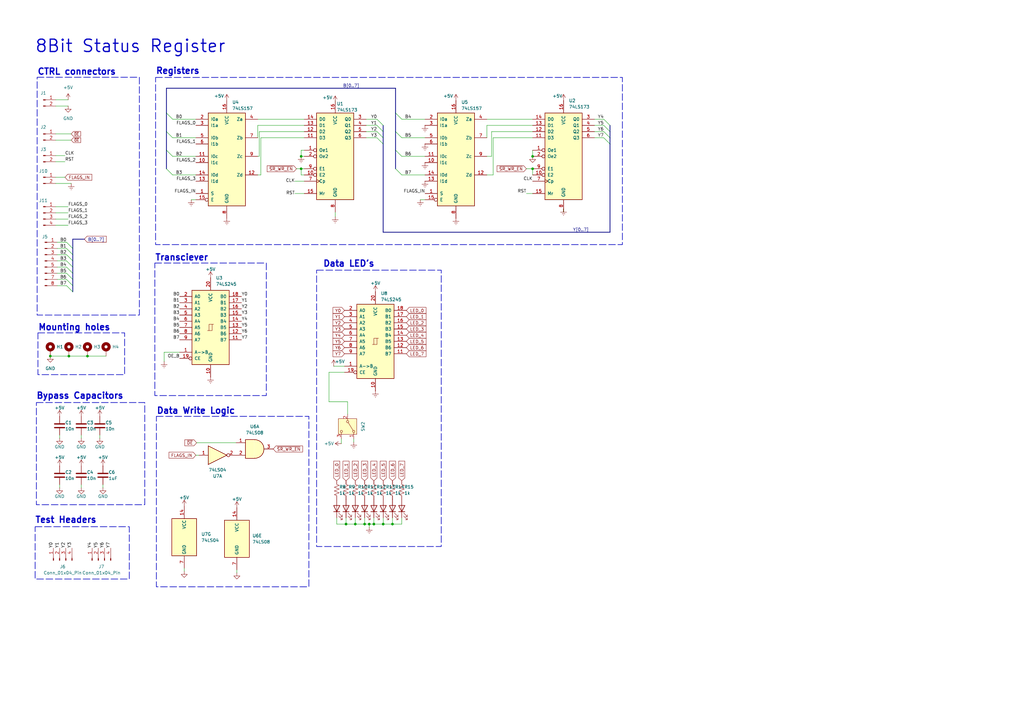
<source format=kicad_sch>
(kicad_sch (version 20231120) (generator "eeschema") (generator_version "8.0")
  (paper "A3")
  (title_block (title "GP Register - SH8") (date "2024-09-24") (rev "1.0") (company "SHMERLARD"))
  (junction (at 20.6375 146.05))
  (junction (at 149.5425 214.9475))
  (junction (at 123.5075 64.135))
  (junction (at 218.44 69.215))
  (junction (at 28.2575 146.05))
  (junction (at 123.5075 69.215))
  (junction (at 218.44 64.135))
  (junction (at 141.9225 214.9475))
  (junction (at 145.7325 214.9475))
  (junction (at 35.8775 146.05))
  (junction (at 160.9725 214.9475))
  (junction (at 157.1625 214.9475))
  (junction (at 151.4475 214.9475))
  (junction (at 153.3525 214.9475))
  (bus_entry (at 27.305 117.1575) (size 2.54 2.54))
  (bus_entry (at 154.6225 56.515) (size 2.54 2.54))
  (bus_entry (at 247.65 51.435) (size 2.54 2.54))
  (bus_entry (at 154.6225 48.895) (size 2.54 2.54))
  (bus_entry (at 68.2625 53.975) (size 2.54 2.54))
  (bus_entry (at 27.305 109.5375) (size 2.54 2.54))
  (bus_entry (at 247.65 48.895) (size 2.54 2.54))
  (bus_entry (at 68.2625 69.215) (size 2.54 2.54))
  (bus_entry (at 27.305 101.9175) (size 2.54 2.54))
  (bus_entry (at 27.305 112.0775) (size 2.54 2.54))
  (bus_entry (at 247.65 53.975) (size 2.54 2.54))
  (bus_entry (at 27.305 99.3775) (size 2.54 2.54))
  (bus_entry (at 70.8025 48.895) (size -2.54 -2.54))
  (bus_entry (at 154.6225 51.435) (size 2.54 2.54))
  (bus_entry (at 162.2425 53.975) (size 2.54 2.54))
  (bus_entry (at 162.2425 69.215) (size 2.54 2.54))
  (bus_entry (at 27.305 106.9975) (size 2.54 2.54))
  (bus_entry (at 164.7825 48.895) (size -2.54 -2.54))
  (bus_entry (at 27.305 114.6175) (size 2.54 2.54))
  (bus_entry (at 68.2625 61.595) (size 2.54 2.54))
  (bus_entry (at 247.65 56.515) (size 2.54 2.54))
  (bus_entry (at 154.6225 53.975) (size 2.54 2.54))
  (bus_entry (at 27.305 104.4575) (size 2.54 2.54))
  (bus_entry (at 162.2425 61.595) (size 2.54 2.54))
  (wire (pts (xy 22.86 89.8525) (xy 27.94 89.8525)))
  (wire (pts (xy 145.7325 214.9475) (xy 145.7325 212.4075)))
  (wire (pts (xy 199.7075 51.435) (xy 218.44 51.435)))
  (bus (pts (xy 250.19 59.055) (xy 250.19 95.25)))
  (wire (pts (xy 22.86 84.7725) (xy 27.94 84.7725)))
  (bus (pts (xy 68.2625 53.975) (xy 68.2625 61.595)))
  (wire (pts (xy 33.3375 198.755) (xy 33.3375 200.025)))
  (wire (pts (xy 123.5075 71.755) (xy 124.7775 71.755)))
  (wire (pts (xy 164.7825 56.515) (xy 174.3075 56.515)))
  (wire (pts (xy 106.3625 64.135) (xy 106.3625 53.975)))
  (wire (pts (xy 23.495 109.5375) (xy 27.305 109.5375)))
  (wire (pts (xy 202.2475 56.515) (xy 218.44 56.515)))
  (wire (pts (xy 243.84 51.435) (xy 247.65 51.435)))
  (bus (pts (xy 29.845 101.9175) (xy 29.845 104.4575)))
  (wire (pts (xy 199.7075 48.895) (xy 218.44 48.895)))
  (bus (pts (xy 29.845 109.5375) (xy 29.845 106.9975)))
  (bus (pts (xy 157.1625 53.975) (xy 157.1625 56.515)))
  (wire (pts (xy 22.86 72.7075) (xy 26.67 72.7075)))
  (wire (pts (xy 164.7825 64.135) (xy 174.3075 64.135)))
  (wire (pts (xy 22.86 92.3925) (xy 27.94 92.3925)))
  (wire (pts (xy 172.4025 81.915) (xy 174.3075 81.915)))
  (bus (pts (xy 162.2425 61.595) (xy 162.2425 69.215)))
  (bus (pts (xy 68.2625 46.355) (xy 68.2625 53.975)))
  (wire (pts (xy 24.4475 198.755) (xy 24.4475 200.025)))
  (bus (pts (xy 29.845 109.5375) (xy 29.845 112.0775)))
  (bus (pts (xy 29.845 119.6975) (xy 29.845 117.1575)))
  (wire (pts (xy 164.7825 214.9475) (xy 164.7825 212.4075)))
  (wire (pts (xy 42.2275 198.755) (xy 42.2275 200.025)))
  (wire (pts (xy 35.8775 146.05) (xy 43.4975 146.05)))
  (wire (pts (xy 22.86 87.3125) (xy 27.94 87.3125)))
  (wire (pts (xy 75.565 233.045) (xy 75.565 234.315)))
  (bus (pts (xy 250.19 56.515) (xy 250.19 59.055)))
  (wire (pts (xy 160.9725 214.9475) (xy 160.9725 212.4075)))
  (bus (pts (xy 162.2425 36.195) (xy 162.2425 46.355)))
  (wire (pts (xy 106.3625 53.975) (xy 124.7775 53.975)))
  (bus (pts (xy 162.2425 53.975) (xy 162.2425 61.595)))
  (wire (pts (xy 121.6025 69.215) (xy 123.5075 69.215)))
  (bus (pts (xy 157.1625 95.25) (xy 250.19 95.25)))
  (wire (pts (xy 150.1775 48.895) (xy 154.6225 48.895)))
  (wire (pts (xy 105.7275 64.135) (xy 106.3625 64.135)))
  (wire (pts (xy 70.8025 64.135) (xy 80.3275 64.135)))
  (wire (pts (xy 151.4475 214.9475) (xy 153.3525 214.9475)))
  (wire (pts (xy 28.2575 146.05) (xy 35.8775 146.05)))
  (wire (pts (xy 231.14 85.725) (xy 231.14 86.995)))
  (wire (pts (xy 215.9 79.375) (xy 218.44 79.375)))
  (wire (pts (xy 23.495 99.3775) (xy 27.305 99.3775)))
  (wire (pts (xy 23.495 112.0775) (xy 27.305 112.0775)))
  (wire (pts (xy 123.5075 69.215) (xy 124.7775 69.215)))
  (bus (pts (xy 68.2625 36.195) (xy 68.2625 46.355)))
  (wire (pts (xy 141.9225 214.9475) (xy 141.9225 212.4075)))
  (wire (pts (xy 199.7075 64.135) (xy 201.6125 64.135)))
  (wire (pts (xy 199.7075 51.435) (xy 199.7075 56.515)))
  (bus (pts (xy 29.845 112.0775) (xy 29.845 114.6175)))
  (bus (pts (xy 157.1625 51.435) (xy 157.1625 53.975)))
  (wire (pts (xy 29.21 57.4675) (xy 22.86 57.4675)))
  (wire (pts (xy 137.4775 41.91) (xy 137.4775 41.275)))
  (wire (pts (xy 124.7775 61.595) (xy 123.5075 61.595)))
  (wire (pts (xy 164.7825 48.895) (xy 174.3075 48.895)))
  (wire (pts (xy 150.1775 53.975) (xy 154.6225 53.975)))
  (bus (pts (xy 68.2625 61.595) (xy 68.2625 69.215)))
  (wire (pts (xy 70.8025 48.895) (xy 80.3275 48.895)))
  (wire (pts (xy 40.9575 178.435) (xy 40.9575 179.705)))
  (wire (pts (xy 105.7275 51.435) (xy 124.7775 51.435)))
  (wire (pts (xy 218.44 71.755) (xy 218.44 69.215)))
  (wire (pts (xy 33.3375 178.435) (xy 33.3375 179.705)))
  (wire (pts (xy 157.1625 214.9475) (xy 160.9725 214.9475)))
  (wire (pts (xy 105.7275 48.895) (xy 124.7775 48.895)))
  (wire (pts (xy 141.9225 214.9475) (xy 145.7325 214.9475)))
  (wire (pts (xy 23.495 114.6175) (xy 27.305 114.6175)))
  (wire (pts (xy 243.84 56.515) (xy 247.65 56.515)))
  (bus (pts (xy 29.845 106.9975) (xy 29.845 104.4575)))
  (wire (pts (xy 202.2475 71.755) (xy 199.7075 71.755)))
  (bus (pts (xy 29.845 101.9175) (xy 29.845 98.1075)))
  (wire (pts (xy 145.0975 181.2925) (xy 145.0975 180.0225)))
  (wire (pts (xy 164.7825 71.755) (xy 174.3075 71.755)))
  (wire (pts (xy 123.5075 69.215) (xy 123.5075 71.755)))
  (wire (pts (xy 80.645 181.61) (xy 96.8375 181.61)))
  (wire (pts (xy 106.9975 56.515) (xy 124.7775 56.515)))
  (bus (pts (xy 157.1625 95.25) (xy 157.1625 59.055)))
  (wire (pts (xy 105.7275 51.435) (xy 105.7275 56.515)))
  (wire (pts (xy 23.495 101.9175) (xy 27.305 101.9175)))
  (wire (pts (xy 138.1125 214.9475) (xy 141.9225 214.9475)))
  (wire (pts (xy 70.8025 56.515) (xy 80.3275 56.515)))
  (wire (pts (xy 22.86 63.8175) (xy 26.67 63.8175)))
  (wire (pts (xy 157.1625 214.9475) (xy 157.1625 212.4075)))
  (wire (pts (xy 140.0175 180.0225) (xy 140.0175 181.9275)))
  (wire (pts (xy 26.67 66.3575) (xy 22.86 66.3575)))
  (wire (pts (xy 151.4475 216.2175) (xy 151.4475 214.9475)))
  (wire (pts (xy 149.5425 214.9475) (xy 151.4475 214.9475)))
  (wire (pts (xy 160.9725 214.9475) (xy 164.7825 214.9475)))
  (wire (pts (xy 120.9675 74.295) (xy 124.7775 74.295)))
  (bus (pts (xy 68.2625 36.195) (xy 162.2425 36.195)))
  (bus (pts (xy 250.19 53.975) (xy 250.19 56.515)))
  (wire (pts (xy 149.5425 214.9475) (xy 149.5425 212.4075)))
  (wire (pts (xy 123.5075 64.135) (xy 124.7775 64.135)))
  (wire (pts (xy 153.3525 214.9475) (xy 153.3525 212.4075)))
  (wire (pts (xy 202.2475 56.515) (xy 202.2475 71.755)))
  (wire (pts (xy 23.495 106.9975) (xy 27.305 106.9975)))
  (wire (pts (xy 27.94 43.4975) (xy 22.86 43.4975)))
  (wire (pts (xy 218.44 69.215) (xy 215.9 69.215)))
  (wire (pts (xy 201.6125 64.135) (xy 201.6125 53.975)))
  (wire (pts (xy 138.1125 214.9475) (xy 138.1125 212.4075)))
  (wire (pts (xy 243.84 48.895) (xy 247.65 48.895)))
  (bus (pts (xy 29.845 98.1075) (xy 34.6075 98.1075)))
  (wire (pts (xy 106.9975 56.515) (xy 106.9975 71.755)))
  (wire (pts (xy 150.1775 56.515) (xy 154.6225 56.515)))
  (wire (pts (xy 123.5075 61.595) (xy 123.5075 64.135)))
  (wire (pts (xy 70.8025 71.755) (xy 80.3275 71.755)))
  (wire (pts (xy 134.9375 164.7825) (xy 134.9375 152.7175)))
  (wire (pts (xy 67.31 148.2725) (xy 67.31 144.4625)))
  (wire (pts (xy 27.94 40.9575) (xy 22.86 40.9575)))
  (wire (pts (xy 218.44 64.135) (xy 218.44 61.595)))
  (wire (pts (xy 153.3525 214.9475) (xy 157.1625 214.9475)))
  (wire (pts (xy 134.9375 152.7175) (xy 141.2875 152.7175)))
  (wire (pts (xy 80.3275 186.69) (xy 81.5975 186.69)))
  (bus (pts (xy 29.845 117.1575) (xy 29.845 114.6175)))
  (wire (pts (xy 201.6125 53.975) (xy 218.44 53.975)))
  (wire (pts (xy 137.4775 86.995) (xy 137.4775 88.9)))
  (wire (pts (xy 120.9675 79.375) (xy 124.7775 79.375)))
  (wire (pts (xy 150.1775 51.435) (xy 154.6225 51.435)))
  (wire (pts (xy 243.84 53.975) (xy 247.65 53.975)))
  (wire (pts (xy 67.31 144.4625) (xy 73.66 144.4625)))
  (wire (pts (xy 136.8425 150.1775) (xy 141.2875 150.1775)))
  (wire (pts (xy 78.4225 81.915) (xy 80.3275 81.915)))
  (bus (pts (xy 157.1625 59.055) (xy 157.1625 56.515)))
  (wire (pts (xy 106.9975 71.755) (xy 105.7275 71.755)))
  (wire (pts (xy 20.6375 146.05) (xy 28.2575 146.05)))
  (wire (pts (xy 23.495 104.4575) (xy 27.305 104.4575)))
  (bus (pts (xy 250.19 51.435) (xy 250.19 53.975)))
  (wire (pts (xy 24.4475 178.435) (xy 24.4475 179.705)))
  (wire (pts (xy 23.495 117.1575) (xy 27.305 117.1575)))
  (bus (pts (xy 162.2425 46.355) (xy 162.2425 53.975)))
  (wire (pts (xy 145.7325 214.9475) (xy 149.5425 214.9475)))
  (wire (pts (xy 22.86 54.9275) (xy 29.21 54.9275)))
  (wire (pts (xy 22.86 75.2475) (xy 29.21 75.2475)))
  (wire (pts (xy 142.5575 164.7825) (xy 134.9375 164.7825)))
  (wire (pts (xy 97.155 233.68) (xy 97.155 234.95)))
  (wire (pts (xy 142.5575 164.7825) (xy 142.5575 169.8625)))
  (rectangle (start 63.5 107.8865) (end 109.22 162.2425) (stroke (width 0.254) (type dash)))
  (rectangle (start 15.24 31.6865) (end 57.15 129.2225) (stroke (width 0.254) (type dash)))
  (rectangle (start 63.8175 31.75) (end 255.27 100.33) (stroke (width 0.254) (type dash)))
  (rectangle (start 15.5575 136.525) (end 51.1175 153.67) (stroke (width 0.254) (type dash)))
  (rectangle (start 14.9225 165.1) (end 59.3725 207.01) (stroke (width 0.254) (type dash)))
  (rectangle (start 14.4145 216.027) (end 53.0225 237.49) (stroke (width 0.254) (type dash)))
  (rectangle (start 64.135 170.7515) (end 126.6825 240.665) (stroke (width 0.254) (type dash)))
  (rectangle (start 129.8575 110.8075) (end 180.975 224.155) (stroke (width 0.254) (type dash)))
  (text "8Bit Status Register" (at 14.224 19.05 0) (effects (font (size 5.08 5.08) (thickness 0.508) (bold yes)) (justify left)))
  (text "Bypass Capacitors\n" (at 14.7955 162.433 0) (effects (font (size 2.54 2.54) (thickness 0.508) (bold yes)) (justify left)))
  (text "Registers" (at 63.8175 29.21 0) (effects (font (size 2.54 2.54) (thickness 0.508) (bold yes)) (justify left)))
  (text "Mounting holes" (at 15.5575 134.366 0) (effects (font (size 2.54 2.54) (thickness 0.508) (bold yes)) (justify left)))
  (text "Data LED's\n" (at 132.3975 108.2675 0) (effects (font (size 2.54 2.54) (thickness 0.508) (bold yes)) (justify left)))
  (text "Test Headers" (at 14.2875 213.36 0) (effects (font (size 2.54 2.54) (thickness 0.508) (bold yes)) (justify left)))
  (text "Data Write Logic\n" (at 64.135 168.5925 0) (effects (font (size 2.54 2.54) (thickness 0.508) (bold yes)) (justify left)))
  (text "CTRL connectors\n" (at 15.24 29.5275 0) (effects (font (size 2.54 2.54) (thickness 0.508) (bold yes)) (justify left)))
  (text "Transciever\n" (at 63.5 105.7275 0) (effects (font (size 2.54 2.54) (thickness 0.508) (bold yes)) (justify left)))
  (label "Y7" (at 99.06 139.3825 0))
  (label "FLAGS_2" (at 80.3275 66.675 180))
  (label "B0" (at 27.305 99.3775 180))
  (label "B2" (at 27.305 104.4575 180))
  (label "CLK" (at 218.44 74.295 180))
  (label "B6" (at 166.0525 64.135 0))
  (label "Y1" (at 24.4475 224.79 90))
  (label "Y6" (at 247.65 53.975 180))
  (label "B6" (at 27.305 114.6175 180))
  (label "Y6" (at 42.8625 224.79 90))
  (label "B1" (at 73.66 124.1425 180))
  (label "Y2" (at 154.6225 53.975 180))
  (label "FLAGS_2" (at 27.94 89.8525 0))
  (label "Y2" (at 26.9875 224.79 90))
  (label "B2" (at 73.66 126.6825 180))
  (label "Y0" (at 99.06 121.6025 0))
  (label "OE_B" (at 73.66 147.0025 180))
  (label "B3" (at 73.66 129.2225 180))
  (label "B4" (at 27.305 109.5375 180))
  (label "B1" (at 72.0725 56.515 0))
  (label "B7" (at 166.0525 71.755 0))
  (label "B2" (at 72.0725 64.135 0))
  (label "B4" (at 166.0525 48.895 0))
  (label "B0" (at 73.66 121.6025 180))
  (label "B5" (at 27.305 112.0775 180))
  (label "Y4" (at 247.65 48.895 180))
  (label "Y0" (at 21.9075 224.79 90))
  (label "B7" (at 73.66 139.3825 180))
  (label "Y7" (at 247.65 56.515 180))
  (label "CLK" (at 26.67 63.8175 0))
  (label "Y5" (at 247.65 51.435 180))
  (label "B1" (at 27.305 101.9175 180))
  (label "Y3" (at 154.6225 56.515 180))
  (label "FLAGS_1" (at 80.3275 59.055 180))
  (label "FLAGS_IN" (at 174.3075 79.375 180))
  (label "RST" (at 215.9 79.375 180))
  (label "Y0" (at 154.6225 48.895 180))
  (label "FLAGS_3" (at 80.3275 74.295 180))
  (label "B[0..7]" (at 140.6525 36.195 0))
  (label "B7" (at 27.305 117.1575 180))
  (label "Y[0..7]" (at 234.95 95.25 0))
  (label "B3" (at 27.305 106.9975 180))
  (label "Y4" (at 37.7825 224.79 90))
  (label "CLK" (at 120.9675 74.295 180))
  (label "B3" (at 72.0725 71.755 0))
  (label "Y5" (at 99.06 134.3025 0))
  (label "Y2" (at 99.06 126.6825 0))
  (label "Y1" (at 99.06 124.1425 0))
  (label "RST" (at 26.67 66.3575 0))
  (label "Y5" (at 40.3225 224.79 90))
  (label "Y6" (at 99.06 136.8425 0))
  (label "Y3" (at 99.06 129.2225 0))
  (label "FLAGS_3" (at 27.94 92.3925 0))
  (label "B4" (at 73.66 131.7625 180))
  (label "Y3" (at 29.5275 224.79 90))
  (label "B6" (at 73.66 136.8425 180))
  (label "Y7" (at 45.4025 224.79 90))
  (label "RST" (at 120.9675 79.375 180))
  (label "FLAGS_0" (at 27.94 84.7725 0))
  (label "FLAGS_IN" (at 80.3275 79.375 180))
  (label "B5" (at 73.66 134.3025 180))
  (label "Y1" (at 154.6225 51.435 180))
  (label "B5" (at 166.0525 56.515 0))
  (label "FLAGS_0" (at 80.3275 51.435 180))
  (label "B0" (at 72.0725 48.895 0))
  (label "Y4" (at 99.06 131.7625 0))
  (label "FLAGS_1" (at 27.94 87.3125 0))
  (global_label "~{DE}" (shape input) (at 29.21 54.9275 0) (effects (font (size 1.016 1.016))) (property "Intersheetrefs" "${INTERSHEET_REFS}" (effects (hide yes))))
  (global_label "Y4" (shape input) (at 141.2875 137.4775 180) (property "Intersheetrefs" "${INTERSHEET_REFS}" (effects (hide yes))))
  (global_label "Y0" (shape input) (at 141.2875 127.3175 180) (property "Intersheetrefs" "${INTERSHEET_REFS}" (effects (hide yes))))
  (global_label "~{SR_WR_EN}" (shape input) (at 121.6025 69.215 180) (property "Intersheetrefs" "${INTERSHEET_REFS}" (effects (hide yes))))
  (global_label "Y1" (shape input) (at 141.2875 129.8575 180) (property "Intersheetrefs" "${INTERSHEET_REFS}" (effects (hide yes))))
  (global_label "~{SR_WR_EN}" (shape input) (at 215.9 69.215 180) (property "Intersheetrefs" "${INTERSHEET_REFS}" (effects (hide yes))))
  (global_label "LED_7" (shape input) (at 166.6875 145.0975 0) (property "Intersheetrefs" "${INTERSHEET_REFS}" (effects (hide yes))))
  (global_label "LED_5" (shape input) (at 166.6875 140.0175 0) (property "Intersheetrefs" "${INTERSHEET_REFS}" (effects (hide yes))))
  (global_label "Y7" (shape input) (at 141.2875 145.0975 180) (property "Intersheetrefs" "${INTERSHEET_REFS}" (effects (hide yes))))
  (global_label "~{DE}" (shape input) (at 80.645 181.61 180) (property "Intersheetrefs" "${INTERSHEET_REFS}" (effects (hide yes))))
  (global_label "LED_1" (shape input) (at 141.9225 197.1675 90) (property "Intersheetrefs" "${INTERSHEET_REFS}" (effects (hide yes))))
  (global_label "FLAGS_IN" (shape input) (at 80.3275 186.69 180) (property "Intersheetrefs" "${INTERSHEET_REFS}" (effects (hide yes))))
  (global_label "LED_3" (shape input) (at 166.6875 134.9375 0) (property "Intersheetrefs" "${INTERSHEET_REFS}" (effects (hide yes))))
  (global_label "LED_4" (shape input) (at 153.3525 197.1675 90) (property "Intersheetrefs" "${INTERSHEET_REFS}" (effects (hide yes))))
  (global_label "LED_1" (shape input) (at 166.6875 129.8575 0) (property "Intersheetrefs" "${INTERSHEET_REFS}" (effects (hide yes))))
  (global_label "LED_7" (shape input) (at 164.7825 197.1675 90) (property "Intersheetrefs" "${INTERSHEET_REFS}" (effects (hide yes))))
  (global_label "FLAGS_IN" (shape input) (at 26.67 72.7075 0) (property "Intersheetrefs" "${INTERSHEET_REFS}" (effects (hide yes))))
  (global_label "LED_6" (shape input) (at 166.6875 142.5575 0) (property "Intersheetrefs" "${INTERSHEET_REFS}" (effects (hide yes))))
  (global_label "Y6" (shape input) (at 141.2875 142.5575 180) (property "Intersheetrefs" "${INTERSHEET_REFS}" (effects (hide yes))))
  (global_label "LED_0" (shape input) (at 166.6875 127.3175 0) (property "Intersheetrefs" "${INTERSHEET_REFS}" (effects (hide yes))))
  (global_label "LED_2" (shape input) (at 145.7325 197.1675 90) (property "Intersheetrefs" "${INTERSHEET_REFS}" (effects (hide yes))))
  (global_label "LED_3" (shape input) (at 149.5425 197.1675 90) (property "Intersheetrefs" "${INTERSHEET_REFS}" (effects (hide yes))))
  (global_label "LED_4" (shape input) (at 166.6875 137.4775 0) (property "Intersheetrefs" "${INTERSHEET_REFS}" (effects (hide yes))))
  (global_label "Y5" (shape input) (at 141.2875 140.0175 180) (property "Intersheetrefs" "${INTERSHEET_REFS}" (effects (hide yes))))
  (global_label "~{SR_WR_EN}" (shape input) (at 112.0775 184.15 0) (property "Intersheetrefs" "${INTERSHEET_REFS}" (effects (hide yes))))
  (global_label "LED_0" (shape input) (at 138.1125 197.1675 90) (property "Intersheetrefs" "${INTERSHEET_REFS}" (effects (hide yes))))
  (global_label "Y3" (shape input) (at 141.2875 134.9375 180) (property "Intersheetrefs" "${INTERSHEET_REFS}" (effects (hide yes))))
  (global_label "LED_6" (shape input) (at 160.9725 197.1675 90) (property "Intersheetrefs" "${INTERSHEET_REFS}" (effects (hide yes))))
  (global_label "~{OE}" (shape input) (at 29.21 57.4675 0) (effects (font (size 1.016 1.016))) (property "Intersheetrefs" "${INTERSHEET_REFS}" (effects (hide yes))))
  (global_label "LED_2" (shape input) (at 166.6875 132.3975 0) (property "Intersheetrefs" "${INTERSHEET_REFS}" (effects (hide yes))))
  (global_label "Y2" (shape input) (at 141.2875 132.3975 180) (property "Intersheetrefs" "${INTERSHEET_REFS}" (effects (hide yes))))
  (global_label "LED_5" (shape input) (at 157.1625 197.1675 90) (property "Intersheetrefs" "${INTERSHEET_REFS}" (effects (hide yes))))
  (global_label "B[0..7]" (shape input) (at 34.6075 98.1075 0) (property "Intersheetrefs" "${INTERSHEET_REFS}" (effects (hide yes))))
  (symbol (lib_id "Connector:Conn_01x04_Pin") (at 17.78 87.3125 0) (unit 1)
    (property "Reference" "J11" (at 17.78 82.2325 0))
    (property "Value" "Conn_01x04_Pin" (effects (hide yes)))
    (property "Footprint" "Connector_JST:JST_XH_S4B-XH-A-1_1x04_P2.50mm_Horizontal" (effects (hide yes)))
    (property "Description" "Generic connector, single row, 01x04, script generated" (effects (hide yes)))
  )
  (symbol (lib_id "power:+5V") (at 153.9875 119.6975 0) (unit 1)
    (property "Reference" "#PWR035" (effects (hide yes)))
    (property "Value" "+5V" (at 153.9875 116.1415 0))
    (property "Description" "Power symbol creates a global label with name \"+5V\"" (effects (hide yes)))
  )
  (symbol (lib_id "power:+5V") (at 40.9575 170.815 0) (unit 1)
    (property "Reference" "#PWR011" (effects (hide yes)))
    (property "Value" "+5V" (at 40.9575 167.259 0))
    (property "Description" "Power symbol creates a global label with name \"+5V\"" (effects (hide yes)))
  )
  (symbol (lib_id "Device:R_US") (at 153.3525 200.9775 0) (unit 1)
    (property "Reference" "R12" (at 154.3685 199.7075 0) (effects (justify left)))
    (property "Value" "1k" (at 154.3685 202.2475 0) (effects (justify left)))
    (property "Footprint" "Resistor_SMD:R_1206_3216Metric_Pad1.30x1.75mm_HandSolder" (effects (hide yes)))
    (property "Description" "Resistor, US symbol" (effects (hide yes)))
  )
  (symbol (lib_id "power:Earth") (at 67.31 148.2725 0) (unit 1)
    (property "Reference" "#PWR037" (effects (hide yes)))
    (property "Value" "GND" (effects (hide yes)))
    (property "Description" "Power symbol creates a global label with name \"Earth\"" (effects (hide yes)))
  )
  (symbol (lib_id "Device:R_US") (at 138.1125 200.9775 0) (unit 1)
    (property "Reference" "R8" (at 139.1285 199.7075 0) (effects (justify left)))
    (property "Value" "1k" (at 139.1285 202.2475 0) (effects (justify left)))
    (property "Footprint" "Resistor_SMD:R_1206_3216Metric_Pad1.30x1.75mm_HandSolder" (effects (hide yes)))
    (property "Description" "Resistor, US symbol" (effects (hide yes)))
  )
  (symbol (lib_id "Device:C") (at 42.2275 194.945 0) (unit 1)
    (property "Reference" "C6" (at 44.5135 193.675 0) (effects (justify left)))
    (property "Value" "1uF" (at 44.5135 196.215 0) (effects (justify left)))
    (property "Footprint" "Capacitor_THT:C_Radial_D6.3mm_H11.0mm_P2.50mm" (effects (hide yes)))
    (property "Description" "Unpolarized capacitor" (effects (hide yes)))
  )
  (symbol (lib_id "Mechanical:MountingHole_Pad") (at 20.6375 143.51 0) (unit 1) (exclude_from_sim yes) (in_bom no)
    (property "Reference" "H1" (at 23.1775 142.2399 0) (effects (justify left)))
    (property "Value" "MountingHole_Pad" (effects (hide yes)))
    (property "Footprint" "MountingHole:MountingHole_2.2mm_M2_DIN965_Pad" (effects (hide yes)))
    (property "Description" "Mounting Hole with connection" (effects (hide yes)))
  )
  (symbol (lib_id "Device:R_US") (at 141.9225 200.9775 0) (unit 1)
    (property "Reference" "R9" (at 142.9385 199.7075 0) (effects (justify left)))
    (property "Value" "1k" (at 142.9385 202.2475 0) (effects (justify left)))
    (property "Footprint" "Resistor_SMD:R_1206_3216Metric_Pad1.30x1.75mm_HandSolder" (effects (hide yes)))
    (property "Description" "Resistor, US symbol" (effects (hide yes)))
  )
  (symbol (lib_id "Connector:Conn_01x08_Pin") (at 18.415 106.9975 0) (unit 1)
    (property "Reference" "J5" (at 18.415 97.0915 0))
    (property "Value" "Conn_01x08_Pin" (effects (hide yes)))
    (property "Footprint" "Connector_JST:JST_XH_S8B-XH-A-1_1x08_P2.50mm_Horizontal" (effects (hide yes)))
    (property "Description" "Generic connector, single row, 01x08, script generated" (effects (hide yes)))
  )
  (symbol (lib_id "Connector:Conn_01x02_Pin") (at 17.78 63.8175 0) (unit 1)
    (property "Reference" "J3" (at 17.78 61.2775 0))
    (property "Value" "Conn_01x02_Pin" (effects (hide yes)))
    (property "Footprint" "Connector_JST:JST_XH_S2B-XH-A-1_1x02_P2.50mm_Horizontal" (effects (hide yes)))
    (property "Description" "Generic connector, single row, 01x02, script generated" (effects (hide yes)))
  )
  (symbol (lib_id "power:GND") (at 75.565 234.315 0) (unit 1)
    (property "Reference" "#PWR033" (effects (hide yes)))
    (property "Value" "GND" (effects (hide yes)))
    (property "Description" "Power symbol creates a global label with name \"GND\" , ground" (effects (hide yes)))
  )
  (symbol (lib_id "power:+5V") (at 86.36 113.9825 0) (unit 1)
    (property "Reference" "#PWR027" (effects (hide yes)))
    (property "Value" "+5V" (at 86.36 110.4265 0))
    (property "Description" "Power symbol creates a global label with name \"+5V\"" (effects (hide yes)))
  )
  (symbol (lib_id "power:+5V") (at 93.0275 41.275 0) (unit 1)
    (property "Reference" "#PWR039" (effects (hide yes)))
    (property "Value" "+5V" (at 89.8525 39.37 0))
    (property "Description" "Power symbol creates a global label with name \"+5V\"" (effects (hide yes)))
  )
  (symbol (lib_id "74xx:74LS157") (at 93.0275 64.135 0) (unit 1)
    (property "Reference" "U4" (at 95.2216 41.91 0) (effects (justify left)))
    (property "Value" "74LS157" (at 95.2216 44.45 0) (effects (justify left)))
    (property "Footprint" "Package_DIP:DIP-16_W7.62mm_Socket_LongPads" (effects (hide yes)))
    (property "Datasheet" "http://www.ti.com/lit/gpn/sn74LS157" (effects (hide yes)))
    (property "Description" "Quad 2 to 1 line Multiplexer" (effects (hide yes)))
  )
  (symbol (lib_id "power:Earth") (at 153.9875 160.3375 0) (unit 1)
    (property "Reference" "#PWR045" (effects (hide yes)))
    (property "Value" "GND" (effects (hide yes)))
    (property "Description" "Power symbol creates a global label with name \"Earth\"" (effects (hide yes)))
  )
  (symbol (lib_id "power:+5V") (at 42.2275 191.135 0) (unit 1)
    (property "Reference" "#PWR013" (effects (hide yes)))
    (property "Value" "+5V" (at 42.2275 187.579 0))
    (property "Description" "Power symbol creates a global label with name \"+5V\"" (effects (hide yes)))
  )
  (symbol (lib_id "power:GND") (at 24.4475 200.025 0) (unit 1)
    (property "Reference" "#PWR04" (effects (hide yes)))
    (property "Value" "GND" (at 24.4475 203.581 0))
    (property "Description" "Power symbol creates a global label with name \"GND\" , ground" (effects (hide yes)))
  )
  (symbol (lib_id "74xx:74LS245") (at 86.36 134.3025 0) (unit 1)
    (property "Reference" "U3" (at 88.5541 113.9825 0) (effects (justify left)))
    (property "Value" "74LS245" (at 88.5541 116.5225 0) (effects (justify left)))
    (property "Footprint" "Package_DIP:DIP-20_W7.62mm_Socket_LongPads" (effects (hide yes)))
    (property "Datasheet" "http://www.ti.com/lit/gpn/sn74LS245" (effects (hide yes)))
    (property "Description" "Octal BUS Transceivers, 3-State outputs" (effects (hide yes)))
  )
  (symbol (lib_id "power:+5V") (at 187.0075 41.275 0) (unit 1)
    (property "Reference" "#PWR040" (effects (hide yes)))
    (property "Value" "+5V" (at 183.8325 39.37 0))
    (property "Description" "Power symbol creates a global label with name \"+5V\"" (effects (hide yes)))
  )
  (symbol (lib_id "74xx:74LS04") (at 75.565 220.345 0) (unit 7)
    (property "Reference" "U7" (at 82.55 219.0749 0) (effects (justify left)))
    (property "Value" "74LS04" (at 82.55 221.6149 0) (effects (justify left)))
    (property "Footprint" "Package_DIP:DIP-14_W7.62mm_Socket_LongPads" (effects (hide yes)))
    (property "Datasheet" "http://www.ti.com/lit/gpn/sn74LS04" (effects (hide yes)))
    (property "Description" "Hex Inverter" (effects (hide yes)))
  )
  (symbol (lib_id "Connector:Conn_01x04_Pin") (at 40.3225 229.87 90) (unit 1)
    (property "Reference" "J7" (at 41.5925 232.41 90))
    (property "Value" "Conn_01x04_Pin" (at 41.5925 234.95 90))
    (property "Footprint" "Connector_PinHeader_2.54mm:PinHeader_1x04_P2.54mm_Vertical" (effects (hide yes)))
    (property "Description" "Generic connector, single row, 01x04, script generated" (effects (hide yes)))
  )
  (symbol (lib_id "Connector:Conn_01x02_Pin") (at 17.78 72.7075 0) (unit 1)
    (property "Reference" "J10" (at 17.78 70.1675 0))
    (property "Value" "Conn_01x02_Pin" (effects (hide yes)))
    (property "Footprint" "Connector_JST:JST_XH_S2B-XH-A-1_1x02_P2.50mm_Horizontal" (effects (hide yes)))
    (property "Description" "Generic connector, single row, 01x02, script generated" (effects (hide yes)))
  )
  (symbol (lib_id "Device:R_US") (at 145.7325 200.9775 0) (unit 1)
    (property "Reference" "R10" (at 146.7485 199.7075 0) (effects (justify left)))
    (property "Value" "1k" (at 146.7485 202.2475 0) (effects (justify left)))
    (property "Footprint" "Resistor_SMD:R_1206_3216Metric_Pad1.30x1.75mm_HandSolder" (effects (hide yes)))
    (property "Description" "Resistor, US symbol" (effects (hide yes)))
  )
  (symbol (lib_id "power:+5V") (at 33.3375 191.135 0) (unit 1)
    (property "Reference" "#PWR07" (effects (hide yes)))
    (property "Value" "+5V" (at 33.3375 187.579 0))
    (property "Description" "Power symbol creates a global label with name \"+5V\"" (effects (hide yes)))
  )
  (symbol (lib_id "Device:LED") (at 153.3525 208.5975 90) (unit 1)
    (property "Reference" "D13" (effects (hide yes)))
    (property "Value" "LED" (effects (hide yes)))
    (property "Footprint" "LED_THT:LED_Rectangular_W3.0mm_H2.0mm" (effects (hide yes)))
    (property "Description" "Light emitting diode" (effects (hide yes)))
  )
  (symbol (lib_id "Device:R_US") (at 164.7825 200.9775 0) (unit 1)
    (property "Reference" "R15" (at 165.7985 199.7075 0) (effects (justify left)))
    (property "Value" "1k" (at 165.7985 202.2475 0) (effects (justify left)))
    (property "Footprint" "Resistor_SMD:R_1206_3216Metric_Pad1.30x1.75mm_HandSolder" (effects (hide yes)))
    (property "Description" "Resistor, US symbol" (effects (hide yes)))
  )
  (symbol (lib_id "power:+5V") (at 24.4475 170.815 0) (unit 1)
    (property "Reference" "#PWR01" (effects (hide yes)))
    (property "Value" "+5V" (at 24.4475 167.259 0))
    (property "Description" "Power symbol creates a global label with name \"+5V\"" (effects (hide yes)))
  )
  (symbol (lib_id "Device:C") (at 24.4475 194.945 0) (unit 1)
    (property "Reference" "C2" (at 26.7335 193.675 0) (effects (justify left)))
    (property "Value" "10n" (at 26.7335 196.215 0) (effects (justify left)))
    (property "Footprint" "Capacitor_THT:C_Disc_D3.8mm_W2.6mm_P2.50mm" (effects (hide yes)))
    (property "Description" "Unpolarized capacitor" (effects (hide yes)))
  )
  (symbol (lib_id "74xx:74LS173") (at 137.4775 64.135 0) (unit 1)
    (property "Reference" "U1" (at 138.1125 42.545 0) (effects (justify left)))
    (property "Value" "74LS173" (at 138.1125 45.085 0) (effects (justify left)))
    (property "Footprint" "Package_DIP:DIP-16_W7.62mm_Socket_LongPads" (effects (hide yes)))
    (property "Datasheet" "http://www.ti.com/lit/gpn/sn74LS173" (effects (hide yes)))
    (property "Description" "4-bit D-type Register, 3 state out" (effects (hide yes)))
  )
  (symbol (lib_id "power:Earth") (at 29.21 75.2475 0) (unit 1)
    (property "Reference" "#PWR029" (effects (hide yes)))
    (property "Value" "GND" (effects (hide yes)))
    (property "Description" "Power symbol creates a global label with name \"Earth\"" (effects (hide yes)))
  )
  (symbol (lib_id "power:GND") (at 20.6375 146.05 0) (unit 1)
    (property "Reference" "#PWR018" (effects (hide yes)))
    (property "Value" "GND" (at 20.6375 151.13 0))
    (property "Description" "Power symbol creates a global label with name \"GND\" , ground" (effects (hide yes)))
  )
  (symbol (lib_id "power:GND") (at 24.4475 179.705 0) (unit 1)
    (property "Reference" "#PWR02" (effects (hide yes)))
    (property "Value" "GND" (at 24.4475 183.261 0))
    (property "Description" "Power symbol creates a global label with name \"GND\" , ground" (effects (hide yes)))
  )
  (symbol (lib_id "power:+5V") (at 140.0175 181.9275 90) (unit 1)
    (property "Reference" "#PWR048" (effects (hide yes)))
    (property "Value" "+5V" (at 134.9375 181.9275 90))
    (property "Description" "Power symbol creates a global label with name \"+5V\"" (effects (hide yes)))
  )
  (symbol (lib_id "power:+5V") (at 231.14 41.275 0) (unit 1)
    (property "Reference" "#PWR022" (effects (hide yes)))
    (property "Value" "+5V" (at 228.6 39.37 0))
    (property "Description" "Power symbol creates a global label with name \"+5V\"" (effects (hide yes)))
  )
  (symbol (lib_id "Device:LED") (at 145.7325 208.5975 90) (unit 1)
    (property "Reference" "D11" (effects (hide yes)))
    (property "Value" "LED" (effects (hide yes)))
    (property "Footprint" "LED_THT:LED_Rectangular_W3.0mm_H2.0mm" (effects (hide yes)))
    (property "Description" "Light emitting diode" (effects (hide yes)))
  )
  (symbol (lib_id "Device:LED") (at 138.1125 208.5975 90) (unit 1)
    (property "Reference" "D9" (effects (hide yes)))
    (property "Value" "LED" (effects (hide yes)))
    (property "Footprint" "LED_THT:LED_Rectangular_W3.0mm_H2.0mm" (effects (hide yes)))
    (property "Description" "Light emitting diode" (effects (hide yes)))
  )
  (symbol (lib_id "power:+5V") (at 33.3375 170.815 0) (unit 1)
    (property "Reference" "#PWR05" (effects (hide yes)))
    (property "Value" "+5V" (at 33.3375 167.259 0))
    (property "Description" "Power symbol creates a global label with name \"+5V\"" (effects (hide yes)))
  )
  (symbol (lib_id "power:Earth") (at 78.4225 81.915 0) (unit 1)
    (property "Reference" "#PWR038" (effects (hide yes)))
    (property "Value" "GND" (effects (hide yes)))
    (property "Description" "Power symbol creates a global label with name \"Earth\"" (effects (hide yes)))
  )
  (symbol (lib_id "power:GND") (at 40.9575 179.705 0) (unit 1)
    (property "Reference" "#PWR012" (effects (hide yes)))
    (property "Value" "GND" (at 40.9575 183.261 0))
    (property "Description" "Power symbol creates a global label with name \"GND\" , ground" (effects (hide yes)))
  )
  (symbol (lib_id "power:Earth") (at 137.4775 88.9 0) (unit 1)
    (property "Reference" "#PWR020" (effects (hide yes)))
    (property "Value" "GND" (effects (hide yes)))
    (property "Description" "Power symbol creates a global label with name \"Earth\"" (effects (hide yes)))
  )
  (symbol (lib_id "power:Earth") (at 174.3075 59.055 0) (unit 1)
    (property "Reference" "#PWR025" (effects (hide yes)))
    (property "Value" "GND" (effects (hide yes)))
    (property "Description" "Power symbol creates a global label with name \"Earth\"" (effects (hide yes)))
  )
  (symbol (lib_id "74xx:74LS08") (at 97.155 220.98 0) (unit 5)
    (property "Reference" "U6" (at 103.505 219.7099 0) (effects (justify left)))
    (property "Value" "74LS08" (at 103.505 222.2499 0) (effects (justify left)))
    (property "Footprint" "Package_DIP:DIP-14_W7.62mm_Socket_LongPads" (effects (hide yes)))
    (property "Datasheet" "http://www.ti.com/lit/gpn/sn74LS08" (effects (hide yes)))
    (property "Description" "Quad And2" (effects (hide yes)))
  )
  (symbol (lib_id "power:Earth") (at 174.3075 51.435 0) (unit 1)
    (property "Reference" "#PWR026" (effects (hide yes)))
    (property "Value" "GND" (effects (hide yes)))
    (property "Description" "Power symbol creates a global label with name \"Earth\"" (effects (hide yes)))
  )
  (symbol (lib_id "Connector:Conn_01x02_Pin") (at 17.78 54.9275 0) (unit 1)
    (property "Reference" "J2" (at 17.78 52.1335 0))
    (property "Value" "Conn_01x02_Pin" (effects (hide yes)))
    (property "Footprint" "Connector_JST:JST_XH_S2B-XH-A-1_1x02_P2.50mm_Horizontal" (effects (hide yes)))
    (property "Description" "Generic connector, single row, 01x02, script generated" (effects (hide yes)))
  )
  (symbol (lib_id "74xx:74LS173") (at 231.14 64.135 0) (unit 1)
    (property "Reference" "U2" (at 233.3341 41.275 0) (effects (justify left)))
    (property "Value" "74LS173" (at 233.3341 43.815 0) (effects (justify left)))
    (property "Footprint" "Package_DIP:DIP-16_W7.62mm_Socket_LongPads" (effects (hide yes)))
    (property "Datasheet" "http://www.ti.com/lit/gpn/sn74LS173" (effects (hide yes)))
    (property "Description" "4-bit D-type Register, 3 state out" (effects (hide yes)))
  )
  (symbol (lib_id "Device:R_US") (at 160.9725 200.9775 0) (unit 1)
    (property "Reference" "R14" (at 161.9885 199.7075 0) (effects (justify left)))
    (property "Value" "1k" (at 161.9885 202.2475 0) (effects (justify left)))
    (property "Footprint" "Resistor_SMD:R_1206_3216Metric_Pad1.30x1.75mm_HandSolder" (effects (hide yes)))
    (property "Description" "Resistor, US symbol" (effects (hide yes)))
  )
  (symbol (lib_id "Device:R_US") (at 157.1625 200.9775 0) (unit 1)
    (property "Reference" "R13" (at 158.1785 199.7075 0) (effects (justify left)))
    (property "Value" "1k" (at 158.1785 202.2475 0) (effects (justify left)))
    (property "Footprint" "Resistor_SMD:R_1206_3216Metric_Pad1.30x1.75mm_HandSolder" (effects (hide yes)))
    (property "Description" "Resistor, US symbol" (effects (hide yes)))
  )
  (symbol (lib_id "Connector:Conn_01x04_Pin") (at 24.4475 229.87 90) (unit 1)
    (property "Reference" "J6" (at 25.7175 232.41 90))
    (property "Value" "Conn_01x04_Pin" (at 25.7175 234.95 90))
    (property "Footprint" "Connector_PinHeader_2.54mm:PinHeader_1x04_P2.54mm_Vertical" (effects (hide yes)))
    (property "Description" "Generic connector, single row, 01x04, script generated" (effects (hide yes)))
  )
  (symbol (lib_id "Device:C") (at 33.3375 194.945 0) (unit 1)
    (property "Reference" "C4" (at 35.6235 193.675 0) (effects (justify left)))
    (property "Value" "10n" (at 35.6235 196.215 0) (effects (justify left)))
    (property "Footprint" "Capacitor_THT:C_Disc_D3.8mm_W2.6mm_P2.50mm" (effects (hide yes)))
    (property "Description" "Unpolarized capacitor" (effects (hide yes)))
  )
  (symbol (lib_id "power:+5V") (at 137.4775 41.91 0) (unit 1)
    (property "Reference" "#PWR019" (effects (hide yes)))
    (property "Value" "+5V" (at 134.3025 40.005 0))
    (property "Description" "Power symbol creates a global label with name \"+5V\"" (effects (hide yes)))
  )
  (symbol (lib_id "power:GND") (at 33.3375 200.025 0) (unit 1)
    (property "Reference" "#PWR08" (effects (hide yes)))
    (property "Value" "GND" (at 33.3375 203.581 0))
    (property "Description" "Power symbol creates a global label with name \"GND\" , ground" (effects (hide yes)))
  )
  (symbol (lib_id "power:Earth") (at 123.5075 64.135 0) (unit 1)
    (property "Reference" "#PWR017" (effects (hide yes)))
    (property "Value" "GND" (effects (hide yes)))
    (property "Description" "Power symbol creates a global label with name \"Earth\"" (effects (hide yes)))
  )
  (symbol (lib_id "power:Earth") (at 86.36 154.6225 0) (unit 1)
    (property "Reference" "#PWR028" (effects (hide yes)))
    (property "Value" "GND" (effects (hide yes)))
    (property "Description" "Power symbol creates a global label with name \"Earth\"" (effects (hide yes)))
  )
  (symbol (lib_id "Device:LED") (at 149.5425 208.5975 90) (unit 1)
    (property "Reference" "D12" (effects (hide yes)))
    (property "Value" "LED" (effects (hide yes)))
    (property "Footprint" "LED_THT:LED_Rectangular_W3.0mm_H2.0mm" (effects (hide yes)))
    (property "Description" "Light emitting diode" (effects (hide yes)))
  )
  (symbol (lib_id "Connector:Conn_01x02_Pin") (at 17.78 40.9575 0) (unit 1)
    (property "Reference" "J1" (at 17.78 38.1635 0))
    (property "Value" "Conn_01x02_Pin" (effects (hide yes)))
    (property "Footprint" "Connector_JST:JST_XH_S2B-XH-A-1_1x02_P2.50mm_Horizontal" (effects (hide yes)))
    (property "Description" "Generic connector, single row, 01x02, script generated" (effects (hide yes)))
  )
  (symbol (lib_id "power:Earth") (at 187.0075 89.535 0) (unit 1)
    (property "Reference" "#PWR042" (effects (hide yes)))
    (property "Value" "GND" (effects (hide yes)))
    (property "Description" "Power symbol creates a global label with name \"Earth\"" (effects (hide yes)))
  )
  (symbol (lib_id "power:GND") (at 27.94 43.4975 0) (unit 1)
    (property "Reference" "#PWR010" (effects (hide yes)))
    (property "Value" "GND" (at 27.94 48.5775 0))
    (property "Description" "Power symbol creates a global label with name \"GND\" , ground" (effects (hide yes)))
  )
  (symbol (lib_id "74xx:74LS245") (at 153.9875 140.0175 0) (unit 1)
    (property "Reference" "U8" (at 156.1816 120.3325 0) (effects (justify left)))
    (property "Value" "74LS245" (at 156.1816 122.8725 0) (effects (justify left)))
    (property "Footprint" "Package_DIP:DIP-20_W7.62mm_Socket_LongPads" (effects (hide yes)))
    (property "Datasheet" "http://www.ti.com/lit/gpn/sn74LS245" (effects (hide yes)))
    (property "Description" "Octal BUS Transceivers, 3-State outputs" (effects (hide yes)))
  )
  (symbol (lib_id "Device:R_US") (at 149.5425 200.9775 0) (unit 1)
    (property "Reference" "R11" (at 150.5585 199.7075 0) (effects (justify left)))
    (property "Value" "1k" (at 150.5585 202.2475 0) (effects (justify left)))
    (property "Footprint" "Resistor_SMD:R_1206_3216Metric_Pad1.30x1.75mm_HandSolder" (effects (hide yes)))
    (property "Description" "Resistor, US symbol" (effects (hide yes)))
  )
  (symbol (lib_id "power:+5V") (at 136.8425 150.1775 0) (unit 1)
    (property "Reference" "#PWR043" (effects (hide yes)))
    (property "Value" "+5V" (at 139.3825 148.2725 0))
    (property "Description" "Power symbol creates a global label with name \"+5V\"" (effects (hide yes)))
  )
  (symbol (lib_id "Device:C") (at 40.9575 174.625 0) (unit 1)
    (property "Reference" "C5" (at 43.2435 173.355 0) (effects (justify left)))
    (property "Value" "10n" (at 43.2435 175.895 0) (effects (justify left)))
    (property "Footprint" "Capacitor_THT:C_Disc_D3.8mm_W2.6mm_P2.50mm" (effects (hide yes)))
    (property "Description" "Unpolarized capacitor" (effects (hide yes)))
  )
  (symbol (lib_id "power:Earth") (at 174.3075 66.675 0) (unit 1)
    (property "Reference" "#PWR016" (effects (hide yes)))
    (property "Value" "GND" (effects (hide yes)))
    (property "Description" "Power symbol creates a global label with name \"Earth\"" (effects (hide yes)))
  )
  (symbol (lib_id "power:+5V") (at 75.565 207.645 0) (unit 1)
    (property "Reference" "#PWR030" (effects (hide yes)))
    (property "Value" "+5V" (at 75.565 204.089 0))
    (property "Description" "Power symbol creates a global label with name \"+5V\"" (effects (hide yes)))
  )
  (symbol (lib_id "power:+5V") (at 24.4475 191.135 0) (unit 1)
    (property "Reference" "#PWR03" (effects (hide yes)))
    (property "Value" "+5V" (at 24.4475 187.579 0))
    (property "Description" "Power symbol creates a global label with name \"+5V\"" (effects (hide yes)))
  )
  (symbol (lib_id "74xx:74LS04") (at 89.2175 186.69 0) (mirror x) (unit 1)
    (property "Reference" "U7" (at 89.2175 195.2625 0))
    (property "Value" "74LS04" (at 89.2175 192.7225 0))
    (property "Footprint" "Package_DIP:DIP-14_W7.62mm_Socket_LongPads" (effects (hide yes)))
    (property "Datasheet" "http://www.ti.com/lit/gpn/sn74LS04" (effects (hide yes)))
    (property "Description" "Hex Inverter" (effects (hide yes)))
  )
  (symbol (lib_id "Mechanical:MountingHole_Pad") (at 35.8775 143.51 0) (unit 1) (exclude_from_sim yes) (in_bom no)
    (property "Reference" "H3" (at 38.4175 142.2399 0) (effects (justify left)))
    (property "Value" "MountingHole_Pad" (effects (hide yes)))
    (property "Footprint" "MountingHole:MountingHole_2.2mm_M2_DIN965_Pad" (effects (hide yes)))
    (property "Description" "Mounting Hole with connection" (effects (hide yes)))
  )
  (symbol (lib_id "74xx:74LS157") (at 187.0075 64.135 0) (unit 1)
    (property "Reference" "U5" (at 189.2016 41.91 0) (effects (justify left)))
    (property "Value" "74LS157" (at 189.2016 44.45 0) (effects (justify left)))
    (property "Footprint" "Package_DIP:DIP-16_W7.62mm_Socket_LongPads" (effects (hide yes)))
    (property "Datasheet" "http://www.ti.com/lit/gpn/sn74LS157" (effects (hide yes)))
    (property "Description" "Quad 2 to 1 line Multiplexer" (effects (hide yes)))
  )
  (symbol (lib_id "power:GND") (at 97.155 234.95 0) (unit 1)
    (property "Reference" "#PWR034" (effects (hide yes)))
    (property "Value" "GND" (effects (hide yes)))
    (property "Description" "Power symbol creates a global label with name \"GND\" , ground" (effects (hide yes)))
  )
  (symbol (lib_id "Device:LED") (at 157.1625 208.5975 90) (unit 1)
    (property "Reference" "D14" (effects (hide yes)))
    (property "Value" "LED" (effects (hide yes)))
    (property "Footprint" "LED_THT:LED_Rectangular_W3.0mm_H2.0mm" (effects (hide yes)))
    (property "Description" "Light emitting diode" (effects (hide yes)))
  )
  (symbol (lib_id "74xx:74LS08") (at 104.4575 184.15 0) (unit 1)
    (property "Reference" "U6" (at 104.4492 174.9425 0))
    (property "Value" "74LS08" (at 104.4492 177.4825 0))
    (property "Footprint" "Package_DIP:DIP-14_W7.62mm_Socket_LongPads" (effects (hide yes)))
    (property "Datasheet" "http://www.ti.com/lit/gpn/sn74LS08" (effects (hide yes)))
    (property "Description" "Quad And2" (effects (hide yes)))
  )
  (symbol (lib_id "Device:C") (at 24.4475 174.625 0) (unit 1)
    (property "Reference" "C1" (at 26.7335 173.355 0) (effects (justify left)))
    (property "Value" "10n" (at 26.7335 175.895 0) (effects (justify left)))
    (property "Footprint" "Capacitor_THT:C_Disc_D3.8mm_W2.6mm_P2.50mm" (effects (hide yes)))
    (property "Description" "Unpolarized capacitor" (effects (hide yes)))
  )
  (symbol (lib_id "power:GND") (at 218.44 64.135 0) (unit 1)
    (property "Reference" "#PWR023" (effects (hide yes)))
    (property "Value" "GND" (effects (hide yes)))
    (property "Description" "Power symbol creates a global label with name \"GND\" , ground" (effects (hide yes)))
  )
  (symbol (lib_id "power:GND") (at 33.3375 179.705 0) (unit 1)
    (property "Reference" "#PWR06" (effects (hide yes)))
    (property "Value" "GND" (at 33.3375 183.261 0))
    (property "Description" "Power symbol creates a global label with name \"GND\" , ground" (effects (hide yes)))
  )
  (symbol (lib_id "Device:LED") (at 141.9225 208.5975 90) (unit 1)
    (property "Reference" "D10" (effects (hide yes)))
    (property "Value" "LED" (effects (hide yes)))
    (property "Footprint" "LED_THT:LED_Rectangular_W3.0mm_H2.0mm" (effects (hide yes)))
    (property "Description" "Light emitting diode" (effects (hide yes)))
  )
  (symbol (lib_id "power:Earth") (at 231.14 85.725 0) (unit 1)
    (property "Reference" "#PWR024" (effects (hide yes)))
    (property "Value" "GND" (effects (hide yes)))
    (property "Description" "Power symbol creates a global label with name \"Earth\"" (effects (hide yes)))
  )
  (symbol (lib_id "power:GND") (at 42.2275 200.025 0) (unit 1)
    (property "Reference" "#PWR014" (effects (hide yes)))
    (property "Value" "GND" (at 42.2275 203.581 0))
    (property "Description" "Power symbol creates a global label with name \"GND\" , ground" (effects (hide yes)))
  )
  (symbol (lib_id "Mechanical:MountingHole_Pad") (at 28.2575 143.51 0) (unit 1) (exclude_from_sim yes) (in_bom no)
    (property "Reference" "H2" (at 30.7975 142.2399 0) (effects (justify left)))
    (property "Value" "MountingHole_Pad" (effects (hide yes)))
    (property "Footprint" "MountingHole:MountingHole_2.2mm_M2_DIN965_Pad" (effects (hide yes)))
    (property "Description" "Mounting Hole with connection" (effects (hide yes)))
  )
  (symbol (lib_id "power:Earth") (at 172.4025 81.915 0) (unit 1)
    (property "Reference" "#PWR041" (effects (hide yes)))
    (property "Value" "GND" (effects (hide yes)))
    (property "Description" "Power symbol creates a global label with name \"Earth\"" (effects (hide yes)))
  )
  (symbol (lib_id "Device:LED") (at 160.9725 208.5975 90) (unit 1)
    (property "Reference" "D15" (effects (hide yes)))
    (property "Value" "LED" (effects (hide yes)))
    (property "Footprint" "LED_THT:LED_Rectangular_W3.0mm_H2.0mm" (effects (hide yes)))
    (property "Description" "Light emitting diode" (effects (hide yes)))
  )
  (symbol (lib_id "power:+5V") (at 97.155 208.28 0) (unit 1)
    (property "Reference" "#PWR031" (effects (hide yes)))
    (property "Value" "+5V" (at 97.155 204.724 0))
    (property "Description" "Power symbol creates a global label with name \"+5V\"" (effects (hide yes)))
  )
  (symbol (lib_id "power:Earth") (at 93.0275 89.535 0) (unit 1)
    (property "Reference" "#PWR032" (effects (hide yes)))
    (property "Value" "GND" (effects (hide yes)))
    (property "Description" "Power symbol creates a global label with name \"Earth\"" (effects (hide yes)))
  )
  (symbol (lib_id "Mechanical:MountingHole_Pad") (at 43.4975 143.51 0) (unit 1) (exclude_from_sim yes) (in_bom no)
    (property "Reference" "H4" (at 46.0375 142.2399 0) (effects (justify left)))
    (property "Value" "MountingHole_Pad" (effects (hide yes)))
    (property "Footprint" "MountingHole:MountingHole_2.2mm_M2_DIN965_Pad" (effects (hide yes)))
    (property "Description" "Mounting Hole with connection" (effects (hide yes)))
  )
  (symbol (lib_id "power:Earth") (at 151.4475 216.2175 0) (unit 1)
    (property "Reference" "#PWR049" (effects (hide yes)))
    (property "Value" "GND" (effects (hide yes)))
    (property "Description" "Power symbol creates a global label with name \"Earth\"" (effects (hide yes)))
  )
  (symbol (lib_id "Device:C") (at 33.3375 174.625 0) (unit 1)
    (property "Reference" "C3" (at 35.6235 173.355 0) (effects (justify left)))
    (property "Value" "10n" (at 35.6235 175.895 0) (effects (justify left)))
    (property "Footprint" "Capacitor_THT:C_Disc_D3.8mm_W2.6mm_P2.50mm" (effects (hide yes)))
    (property "Description" "Unpolarized capacitor" (effects (hide yes)))
  )
  (symbol (lib_id "power:+5V") (at 27.94 40.9575 0) (unit 1)
    (property "Reference" "#PWR09" (effects (hide yes)))
    (property "Value" "+5V" (at 27.94 35.8775 0))
    (property "Description" "Power symbol creates a global label with name \"+5V\"" (effects (hide yes)))
  )
  (symbol (lib_id "power:Earth") (at 174.3075 74.295 0) (unit 1)
    (property "Reference" "#PWR015" (effects (hide yes)))
    (property "Value" "GND" (effects (hide yes)))
    (property "Description" "Power symbol creates a global label with name \"Earth\"" (effects (hide yes)))
  )
  (symbol (lib_id "power:Earth") (at 145.0975 181.2925 0) (unit 1)
    (property "Reference" "#PWR047" (effects (hide yes)))
    (property "Value" "GND" (effects (hide yes)))
    (property "Description" "Power symbol creates a global label with name \"Earth\"" (effects (hide yes)))
  )
  (symbol (lib_id "Device:LED") (at 164.7825 208.5975 90) (unit 1)
    (property "Reference" "D16" (effects (hide yes)))
    (property "Value" "LED" (effects (hide yes)))
    (property "Footprint" "LED_THT:LED_Rectangular_W3.0mm_H2.0mm" (effects (hide yes)))
    (property "Description" "Light emitting diode" (effects (hide yes)))
  )
  (symbol (lib_id "Switch:SW_SPDT") (at 142.5575 174.9425 270) (unit 1)
    (property "Reference" "SW2" (at 148.9075 174.9425 0))
    (property "Value" "SW_SPDT" (effects (hide yes)))
    (property "Footprint" "Button_Switch_THT:SW_Slide_SPDT_Angled_CK_OS102011MA1Q" (effects (hide yes)))
    (property "Description" "Switch, single pole double throw" (effects (hide yes)))
  )
)
</source>
